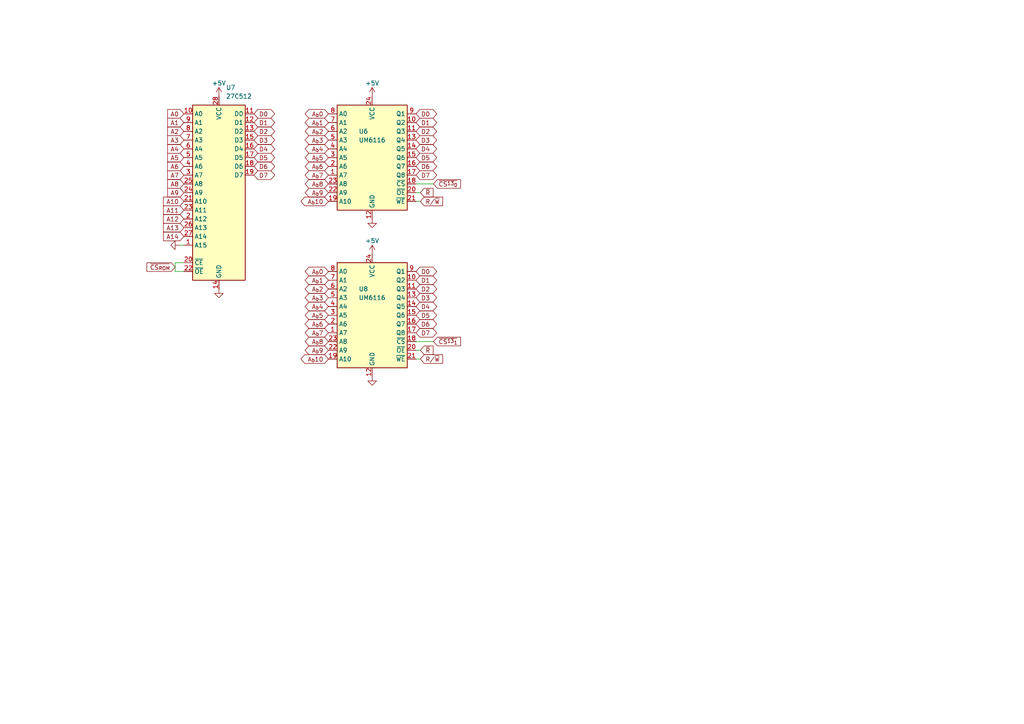
<source format=kicad_sch>
(kicad_sch (version 20230121) (generator eeschema)
  (paper "A4")
  (lib_symbols
    (symbol "Memory_EPROM:27C512"
      (property "Reference" "U" (at -7.62 26.67 0))
      (property "Value" "27C512" (at 2.54 -26.67 0))
      (symbol "27C512_1_1"
        (rectangle (start -7.62 25.4) (end 7.62 -25.4) (stroke (width 0.254)) (fill (type background)))
        (pin input line (at -10.16 -15.24 0) (length 2.54) (name "A15") (number "1"))
        (pin input line (at -10.16 22.86 0) (length 2.54) (name "A0") (number "10"))
        (pin tri_state line (at 10.16 22.86 180) (length 2.54) (name "D0") (number "11"))
        (pin tri_state line (at 10.16 20.32 180) (length 2.54) (name "D1") (number "12"))
        (pin tri_state line (at 10.16 17.78 180) (length 2.54) (name "D2") (number "13"))
        (pin power_in line (at 0 -27.94 90) (length 2.54) (name "GND") (number "14"))
        (pin tri_state line (at 10.16 15.24 180) (length 2.54) (name "D3") (number "15"))
        (pin tri_state line (at 10.16 12.7 180) (length 2.54) (name "D4") (number "16"))
        (pin tri_state line (at 10.16 10.16 180) (length 2.54) (name "D5") (number "17"))
        (pin tri_state line (at 10.16 7.62 180) (length 2.54) (name "D6") (number "18"))
        (pin tri_state line (at 10.16 5.08 180) (length 2.54) (name "D7") (number "19"))
        (pin input line (at -10.16 -7.62 0) (length 2.54) (name "A12") (number "2"))
        (pin input line (at -10.16 -20.32 0) (length 2.54) (name "~{CE}") (number "20"))
        (pin input line (at -10.16 -2.54 0) (length 2.54) (name "A10") (number "21"))
        (pin input line (at -10.16 -22.86 0) (length 2.54) (name "~{OE}") (number "22"))
        (pin input line (at -10.16 -5.08 0) (length 2.54) (name "A11") (number "23"))
        (pin input line (at -10.16 0 0) (length 2.54) (name "A9") (number "24"))
        (pin input line (at -10.16 2.54 0) (length 2.54) (name "A8") (number "25"))
        (pin input line (at -10.16 -10.16 0) (length 2.54) (name "A13") (number "26"))
        (pin input line (at -10.16 -12.7 0) (length 2.54) (name "A14") (number "27"))
        (pin power_in line (at 0 27.94 270) (length 2.54) (name "VCC") (number "28"))
        (pin input line (at -10.16 5.08 0) (length 2.54) (name "A7") (number "3"))
        (pin input line (at -10.16 7.62 0) (length 2.54) (name "A6") (number "4"))
        (pin input line (at -10.16 10.16 0) (length 2.54) (name "A5") (number "5"))
        (pin input line (at -10.16 12.7 0) (length 2.54) (name "A4") (number "6"))
        (pin input line (at -10.16 15.24 0) (length 2.54) (name "A3") (number "7"))
        (pin input line (at -10.16 17.78 0) (length 2.54) (name "A2") (number "8"))
        (pin input line (at -10.16 20.32 0) (length 2.54) (name "A1") (number "9"))
      )
    )
    (symbol "UM6116_1"
      (property "Reference" "U2" (at 7.62 -11.43 0))
      (property "Value" "UM6116" (at 15.24 -12.7 0))
      (symbol "UM6116_1_0_0"
        (pin power_in line (at 0 25.4 270) (length 2.54) (name "VCC") (number "24"))
      )
      (symbol "UM6116_1_0_1"
        (rectangle (start -10.16 22.86) (end 10.16 -7.62) (stroke (width 0.254)) (fill (type background)))
      )
      (symbol "UM6116_1_1_0"
        (pin power_in line (at 0 -10.16 90) (length 2.54) (name "GND") (number "12"))
      )
      (symbol "UM6116_1_1_1"
        (pin input line (at -12.7 2.54 0) (length 2.54) (name "A7") (number "1"))
        (pin tri_state line (at 12.7 17.78 180) (length 2.54) (name "Q2") (number "10"))
        (pin tri_state line (at 12.7 15.24 180) (length 2.54) (name "Q3") (number "11"))
        (pin tri_state line (at 12.7 12.7 180) (length 2.54) (name "Q4") (number "13"))
        (pin tri_state line (at 12.7 10.16 180) (length 2.54) (name "Q5") (number "14"))
        (pin tri_state line (at 12.7 7.62 180) (length 2.54) (name "Q6") (number "15"))
        (pin tri_state line (at 12.7 5.08 180) (length 2.54) (name "Q7") (number "16"))
        (pin tri_state line (at 12.7 2.54 180) (length 2.54) (name "Q8") (number "17"))
        (pin input line (at 12.7 0 180) (length 2.54) (name "~{CS}") (number "18"))
        (pin input line (at -12.7 -5.08 0) (length 2.54) (name "A10") (number "19"))
        (pin input line (at -12.7 5.08 0) (length 2.54) (name "A6") (number "2"))
        (pin input line (at 12.7 -2.54 180) (length 2.54) (name "~{OE}") (number "20"))
        (pin input line (at 12.7 -5.08 180) (length 2.54) (name "~{WE}") (number "21"))
        (pin input line (at -12.7 -2.54 0) (length 2.54) (name "A9") (number "22"))
        (pin input line (at -12.7 0 0) (length 2.54) (name "A8") (number "23"))
        (pin input line (at -12.7 7.62 0) (length 2.54) (name "A5") (number "3"))
        (pin input line (at -12.7 10.16 0) (length 2.54) (name "A4") (number "4"))
        (pin input line (at -12.7 12.7 0) (length 2.54) (name "A3") (number "5"))
        (pin input line (at -12.7 15.24 0) (length 2.54) (name "A2") (number "6"))
        (pin input line (at -12.7 17.78 0) (length 2.54) (name "A1") (number "7"))
        (pin input line (at -12.7 20.32 0) (length 2.54) (name "A0") (number "8"))
        (pin tri_state line (at 12.7 20.32 180) (length 2.54) (name "Q1") (number "9"))
      )
    )
    (symbol "power:+5V" (power) (pin_names (offset 0))
      (property "Value" "+5V" (at 0 3.556 0))
      (symbol "+5V_0_1"
        (polyline (pts (xy -0.762 1.27) (xy 0 2.54)))
        (polyline (pts (xy 0 0) (xy 0 2.54)))
        (polyline (pts (xy 0 2.54) (xy 0.762 1.27)))
      )
      (symbol "+5V_1_1"
        (pin power_in line (at 0 0 90) (length 0) hide (name "+5V") (number "1"))
      )
    )
    (symbol "power:GND" (power) (pin_names (offset 0))
      (property "Value" "GND" (at 0 -3.81 0))
      (symbol "GND_0_1"
        (polyline (pts (xy 0 0) (xy 0 -1.27) (xy 1.27 -1.27) (xy 0 -2.54) (xy -1.27 -1.27) (xy 0 -1.27)))
      )
      (symbol "GND_1_1"
        (pin power_in line (at 0 0 270) (length 0) hide (name "GND") (number "1"))
      )
    )
  )
  (wire (pts (xy 125.73 53.34) (xy 120.65 53.34)))
  (wire (pts (xy 50.8 78.74) (xy 50.8 76.2)))
  (wire (pts (xy 120.65 104.14) (xy 121.92 104.14)))
  (wire (pts (xy 125.73 99.06) (xy 120.65 99.06)))
  (wire (pts (xy 53.34 71.12) (xy 52.07 71.12)))
  (wire (pts (xy 120.65 58.42) (xy 121.92 58.42)))
  (wire (pts (xy 50.8 76.2) (xy 53.34 76.2)))
  (wire (pts (xy 121.92 101.6) (xy 120.65 101.6)))
  (wire (pts (xy 121.92 55.88) (xy 120.65 55.88)))
  (wire (pts (xy 53.34 78.74) (xy 50.8 78.74)))
  (global_label "~{R}" (shape input) (at 121.92 101.6 0) (property "Intersheetrefs" "${INTERSHEET_REFS}" (effects hide)))
  (global_label "D3" (shape tri_state) (at 73.66 40.64 0) (property "Intersheetrefs" "${INTERSHEET_REFS}" (effects hide)))
  (global_label "D2" (shape tri_state) (at 73.66 38.1 0) (property "Intersheetrefs" "${INTERSHEET_REFS}" (effects hide)))
  (global_label "A_{b}2" (shape tri_state) (at 95.25 83.82 180) (property "Intersheetrefs" "${INTERSHEET_REFS}" (effects hide)))
  (global_label "D1" (shape tri_state) (at 73.66 35.56 0) (property "Intersheetrefs" "${INTERSHEET_REFS}" (effects hide)))
  (global_label "A_{b}4" (shape tri_state) (at 95.25 88.9 180) (property "Intersheetrefs" "${INTERSHEET_REFS}" (effects hide)))
  (global_label "A5" (shape input) (at 53.34 45.72 180) (property "Intersheetrefs" "${INTERSHEET_REFS}" (effects hide)))
  (global_label "A_{b}7" (shape tri_state) (at 95.25 50.8 180) (property "Intersheetrefs" "${INTERSHEET_REFS}" (effects hide)))
  (global_label "A10" (shape input) (at 53.34 58.42 180) (property "Intersheetrefs" "${INTERSHEET_REFS}" (effects hide)))
  (global_label "D0" (shape tri_state) (at 120.65 78.74 0) (property "Intersheetrefs" "${INTERSHEET_REFS}" (effects hide)))
  (global_label "A6" (shape input) (at 53.34 48.26 180) (property "Intersheetrefs" "${INTERSHEET_REFS}" (effects hide)))
  (global_label "A_{b}6" (shape tri_state) (at 95.25 48.26 180) (property "Intersheetrefs" "${INTERSHEET_REFS}" (effects hide)))
  (global_label "A12" (shape input) (at 53.34 63.5 180) (property "Intersheetrefs" "${INTERSHEET_REFS}" (effects hide)))
  (global_label "A_{b}3" (shape tri_state) (at 95.25 40.64 180) (property "Intersheetrefs" "${INTERSHEET_REFS}" (effects hide)))
  (global_label "D0" (shape tri_state) (at 120.65 33.02 0) (property "Intersheetrefs" "${INTERSHEET_REFS}" (effects hide)))
  (global_label "~{CS^{13}_{0}}" (shape input) (at 125.73 53.34 0) (property "Intersheetrefs" "${INTERSHEET_REFS}" (effects hide)))
  (global_label "A_{b}3" (shape tri_state) (at 95.25 86.36 180) (property "Intersheetrefs" "${INTERSHEET_REFS}" (effects hide)))
  (global_label "A_{b}9" (shape tri_state) (at 95.25 55.88 180) (property "Intersheetrefs" "${INTERSHEET_REFS}" (effects hide)))
  (global_label "D1" (shape tri_state) (at 120.65 35.56 0) (property "Intersheetrefs" "${INTERSHEET_REFS}" (effects hide)))
  (global_label "A_{b}0" (shape tri_state) (at 95.25 78.74 180) (property "Intersheetrefs" "${INTERSHEET_REFS}" (effects hide)))
  (global_label "A_{b}9" (shape tri_state) (at 95.25 101.6 180) (property "Intersheetrefs" "${INTERSHEET_REFS}" (effects hide)))
  (global_label "A_{b}8" (shape tri_state) (at 95.25 53.34 180) (property "Intersheetrefs" "${INTERSHEET_REFS}" (effects hide)))
  (global_label "D5" (shape tri_state) (at 73.66 45.72 0) (property "Intersheetrefs" "${INTERSHEET_REFS}" (effects hide)))
  (global_label "D1" (shape tri_state) (at 120.65 81.28 0) (property "Intersheetrefs" "${INTERSHEET_REFS}" (effects hide)))
  (global_label "A_{b}8" (shape tri_state) (at 95.25 99.06 180) (property "Intersheetrefs" "${INTERSHEET_REFS}" (effects hide)))
  (global_label "~{CS_{ROM}}" (shape input) (at 50.8 77.47 180) (property "Intersheetrefs" "${INTERSHEET_REFS}" (effects hide)))
  (global_label "A4" (shape input) (at 53.34 43.18 180) (property "Intersheetrefs" "${INTERSHEET_REFS}" (effects hide)))
  (global_label "A11" (shape input) (at 53.34 60.96 180) (property "Intersheetrefs" "${INTERSHEET_REFS}" (effects hide)))
  (global_label "~{CS^{13}_{1}}" (shape input) (at 125.73 99.06 0) (property "Intersheetrefs" "${INTERSHEET_REFS}" (effects hide)))
  (global_label "A_{b}1" (shape tri_state) (at 95.25 35.56 180) (property "Intersheetrefs" "${INTERSHEET_REFS}" (effects hide)))
  (global_label "D7" (shape tri_state) (at 120.65 96.52 0) (property "Intersheetrefs" "${INTERSHEET_REFS}" (effects hide)))
  (global_label "A8" (shape input) (at 53.34 53.34 180) (property "Intersheetrefs" "${INTERSHEET_REFS}" (effects hide)))
  (global_label "A14" (shape input) (at 53.34 68.58 180) (property "Intersheetrefs" "${INTERSHEET_REFS}" (effects hide)))
  (global_label "R{slash}~{W}" (shape input) (at 121.92 104.14 0) (property "Intersheetrefs" "${INTERSHEET_REFS}" (effects hide)))
  (global_label "D2" (shape tri_state) (at 120.65 83.82 0) (property "Intersheetrefs" "${INTERSHEET_REFS}" (effects hide)))
  (global_label "A13" (shape input) (at 53.34 66.04 180) (property "Intersheetrefs" "${INTERSHEET_REFS}" (effects hide)))
  (global_label "D2" (shape tri_state) (at 120.65 38.1 0) (property "Intersheetrefs" "${INTERSHEET_REFS}" (effects hide)))
  (global_label "A7" (shape input) (at 53.34 50.8 180) (property "Intersheetrefs" "${INTERSHEET_REFS}" (effects hide)))
  (global_label "D5" (shape tri_state) (at 120.65 45.72 0) (property "Intersheetrefs" "${INTERSHEET_REFS}" (effects hide)))
  (global_label "D5" (shape tri_state) (at 120.65 91.44 0) (property "Intersheetrefs" "${INTERSHEET_REFS}" (effects hide)))
  (global_label "~{R}" (shape input) (at 121.92 55.88 0) (property "Intersheetrefs" "${INTERSHEET_REFS}" (effects hide)))
  (global_label "A_{b}5" (shape tri_state) (at 95.25 91.44 180) (property "Intersheetrefs" "${INTERSHEET_REFS}" (effects hide)))
  (global_label "A_{b}0" (shape tri_state) (at 95.25 33.02 180) (property "Intersheetrefs" "${INTERSHEET_REFS}" (effects hide)))
  (global_label "D6" (shape tri_state) (at 120.65 93.98 0) (property "Intersheetrefs" "${INTERSHEET_REFS}" (effects hide)))
  (global_label "A_{b}6" (shape tri_state) (at 95.25 93.98 180) (property "Intersheetrefs" "${INTERSHEET_REFS}" (effects hide)))
  (global_label "D4" (shape tri_state) (at 120.65 43.18 0) (property "Intersheetrefs" "${INTERSHEET_REFS}" (effects hide)))
  (global_label "D6" (shape tri_state) (at 120.65 48.26 0) (property "Intersheetrefs" "${INTERSHEET_REFS}" (effects hide)))
  (global_label "D4" (shape tri_state) (at 120.65 88.9 0) (property "Intersheetrefs" "${INTERSHEET_REFS}" (effects hide)))
  (global_label "A_{b}2" (shape tri_state) (at 95.25 38.1 180) (property "Intersheetrefs" "${INTERSHEET_REFS}" (effects hide)))
  (global_label "A3" (shape input) (at 53.34 40.64 180) (property "Intersheetrefs" "${INTERSHEET_REFS}" (effects hide)))
  (global_label "D6" (shape tri_state) (at 73.66 48.26 0) (property "Intersheetrefs" "${INTERSHEET_REFS}" (effects hide)))
  (global_label "A_{b}5" (shape tri_state) (at 95.25 45.72 180) (property "Intersheetrefs" "${INTERSHEET_REFS}" (effects hide)))
  (global_label "D0" (shape tri_state) (at 73.66 33.02 0) (property "Intersheetrefs" "${INTERSHEET_REFS}" (effects hide)))
  (global_label "A1" (shape input) (at 53.34 35.56 180) (property "Intersheetrefs" "${INTERSHEET_REFS}" (effects hide)))
  (global_label "A9" (shape input) (at 53.34 55.88 180) (property "Intersheetrefs" "${INTERSHEET_REFS}" (effects hide)))
  (global_label "A_{b}4" (shape tri_state) (at 95.25 43.18 180) (property "Intersheetrefs" "${INTERSHEET_REFS}" (effects hide)))
  (global_label "A_{b}10" (shape tri_state) (at 95.25 58.42 180) (property "Intersheetrefs" "${INTERSHEET_REFS}" (effects hide)))
  (global_label "A0" (shape input) (at 53.34 33.02 180) (property "Intersheetrefs" "${INTERSHEET_REFS}" (effects hide)))
  (global_label "A_{b}10" (shape tri_state) (at 95.25 104.14 180) (property "Intersheetrefs" "${INTERSHEET_REFS}" (effects hide)))
  (global_label "D3" (shape tri_state) (at 120.65 86.36 0) (property "Intersheetrefs" "${INTERSHEET_REFS}" (effects hide)))
  (global_label "A_{b}1" (shape tri_state) (at 95.25 81.28 180) (property "Intersheetrefs" "${INTERSHEET_REFS}" (effects hide)))
  (global_label "R{slash}~{W}" (shape input) (at 121.92 58.42 0) (property "Intersheetrefs" "${INTERSHEET_REFS}" (effects hide)))
  (global_label "D3" (shape tri_state) (at 120.65 40.64 0) (property "Intersheetrefs" "${INTERSHEET_REFS}" (effects hide)))
  (global_label "D7" (shape tri_state) (at 120.65 50.8 0) (property "Intersheetrefs" "${INTERSHEET_REFS}" (effects hide)))
  (global_label "D4" (shape tri_state) (at 73.66 43.18 0) (property "Intersheetrefs" "${INTERSHEET_REFS}" (effects hide)))
  (global_label "A2" (shape input) (at 53.34 38.1 180) (property "Intersheetrefs" "${INTERSHEET_REFS}" (effects hide)))
  (global_label "D7" (shape tri_state) (at 73.66 50.8 0) (property "Intersheetrefs" "${INTERSHEET_REFS}" (effects hide)))
  (global_label "A_{b}7" (shape tri_state) (at 95.25 96.52 180) (property "Intersheetrefs" "${INTERSHEET_REFS}" (effects hide)))
  (symbol (lib_id "power:GND") (at 52.07 71.12 270) (unit 1)
    (property "Reference" "#PWR022" (effects hide))
    (property "Value" "GND" (effects hide))
    (instances (project "6802 v1" (path "" (reference "#PWR022") (unit 1)) (path "" (reference "#PWR021") (unit 1))))
  )
  (symbol (lib_id "power:+5V") (at 107.95 73.66 0) (unit 1)
    (property "Reference" "#PWR023" (effects hide))
    (property "Value" "+5V" (at 107.95 69.85 0))
    (instances (project "6802 v1" (path "" (reference "#PWR023") (unit 1)) (path "" (reference "#PWR022") (unit 1))))
  )
  (symbol (lib_id "power:GND") (at 63.5 83.82 0) (unit 1)
    (property "Reference" "#PWR024" (effects hide))
    (property "Value" "GND" (effects hide))
    (instances (project "6802 v1" (path "" (reference "#PWR024") (unit 1)) (path "" (reference "#PWR023") (unit 1))))
  )
  (symbol (lib_id "power:+5V") (at 63.5 27.94 0) (unit 1)
    (property "Reference" "#PWR018" (effects hide))
    (property "Value" "+5V" (at 63.5 24.13 0))
  )
  (symbol (lib_id "power:GND") (at 107.95 109.22 0) (unit 1)
    (property "Reference" "#PWR025" (effects hide))
    (property "Value" "GND" (effects hide))
    (instances (project "6802 v1" (path "" (reference "#PWR025") (unit 1)) (path "" (reference "#PWR024") (unit 1))))
  )
  (symbol (lib_id "power:GND") (at 107.95 63.5 0) (unit 1)
    (property "Reference" "#PWR021" (effects hide))
    (property "Value" "GND" (effects hide))
    (instances (project "6802 v1" (path "" (reference "#PWR021") (unit 1)) (path "" (reference "#PWR020") (unit 1))))
  )
  (symbol (lib_name "UM6116_1") (lib_id "Memory_RAM:UM6116") (at 107.95 99.06 0) (unit 1)
    (property "Reference" "U8" (at 105.41 83.82 0))
    (property "Value" "UM6116" (at 107.95 86.36 0))
  )
  (symbol (lib_id "Memory_EPROM:27C512") (at 63.5 55.88 0) (unit 1)
    (property "Reference" "U7" (at 65.5194 25.4 0) (effects (justify left)))
    (property "Value" "27C512" (at 65.5194 27.94 0) (effects (justify left)))
    (property "Footprint" "Package_DIP:DIP-28_W15.24mm" (effects hide))
    (property "Datasheet" "http://ww1.microchip.com/downloads/en/DeviceDoc/doc0015.pdf" (effects hide))
  )
  (symbol (lib_id "power:+5V") (at 107.95 27.94 0) (unit 1)
    (property "Reference" "#PWR019" (effects hide))
    (property "Value" "+5V" (at 107.95 24.13 0))
  )
  (symbol (lib_name "UM6116_1") (lib_id "Memory_RAM:UM6116") (at 107.95 53.34 0) (unit 1)
    (property "Reference" "U6" (at 105.41 38.1 0))
    (property "Value" "UM6116" (at 107.95 40.64 0))
  )
)
</source>
